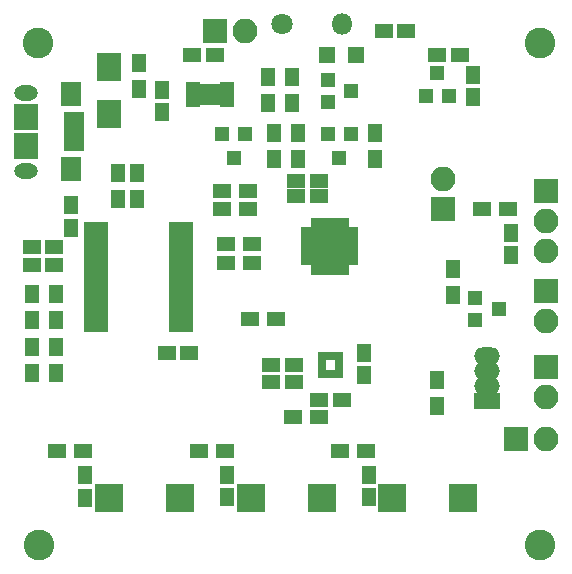
<source format=gbr>
G04 #@! TF.FileFunction,Soldermask,Top*
%FSLAX46Y46*%
G04 Gerber Fmt 4.6, Leading zero omitted, Abs format (unit mm)*
G04 Created by KiCad (PCBNEW 4.0.6) date 03/11/18 13:26:34*
%MOMM*%
%LPD*%
G01*
G04 APERTURE LIST*
%ADD10C,0.100000*%
%ADD11R,2.150000X0.850000*%
%ADD12C,2.600000*%
%ADD13R,2.100000X2.100000*%
%ADD14O,2.100000X2.100000*%
%ADD15R,1.150000X1.600000*%
%ADD16R,1.600000X1.150000*%
%ADD17R,2.200000X1.470000*%
%ADD18O,2.200000X1.470000*%
%ADD19R,1.400000X1.400000*%
%ADD20R,2.100000X2.400000*%
%ADD21R,2.100000X2.300000*%
%ADD22R,1.750000X0.800000*%
%ADD23R,1.800000X2.000000*%
%ADD24O,2.000000X1.300000*%
%ADD25R,1.300000X1.600000*%
%ADD26C,1.800000*%
%ADD27O,1.800000X1.800000*%
%ADD28R,1.600000X1.300000*%
%ADD29R,2.400000X2.400000*%
%ADD30R,1.150000X0.700000*%
%ADD31R,1.275000X1.125000*%
%ADD32R,0.700000X0.700000*%
%ADD33R,1.300000X1.200000*%
%ADD34R,1.200000X1.300000*%
%ADD35R,0.980000X0.650000*%
%ADD36R,0.650000X0.980000*%
%ADD37R,3.100000X3.100000*%
G04 APERTURE END LIST*
D10*
D11*
X81600000Y-86025000D03*
X81600000Y-85375000D03*
X81600000Y-84725000D03*
X81600000Y-84075000D03*
X81600000Y-83425000D03*
X81600000Y-82775000D03*
X81600000Y-82125000D03*
X81600000Y-81475000D03*
X81600000Y-80825000D03*
X81600000Y-80175000D03*
X81600000Y-79525000D03*
X81600000Y-78875000D03*
X81600000Y-78225000D03*
X81600000Y-77575000D03*
X74400000Y-77575000D03*
X74400000Y-78225000D03*
X74400000Y-78875000D03*
X74400000Y-79525000D03*
X74400000Y-80175000D03*
X74400000Y-80825000D03*
X74400000Y-81475000D03*
X74400000Y-82125000D03*
X74400000Y-82775000D03*
X74400000Y-83425000D03*
X74400000Y-84075000D03*
X74400000Y-84725000D03*
X74400000Y-85375000D03*
X74400000Y-86025000D03*
D12*
X69500000Y-62000000D03*
X111980000Y-104500000D03*
X69550000Y-104500000D03*
D13*
X84500000Y-61000000D03*
D14*
X87040000Y-61000000D03*
D15*
X80000000Y-65950000D03*
X80000000Y-67850000D03*
D16*
X84450000Y-63000000D03*
X82550000Y-63000000D03*
X98775000Y-60950000D03*
X100675000Y-60950000D03*
X93250000Y-73660000D03*
X91350000Y-73660000D03*
X93250000Y-74930000D03*
X91350000Y-74930000D03*
D15*
X109500000Y-78050000D03*
X109500000Y-79950000D03*
X97100000Y-88250000D03*
X97100000Y-90150000D03*
D16*
X91150000Y-90700000D03*
X89250000Y-90700000D03*
D15*
X72300000Y-77650000D03*
X72300000Y-75750000D03*
D16*
X91150000Y-89300000D03*
X89250000Y-89300000D03*
X103300000Y-63000000D03*
X105200000Y-63000000D03*
D15*
X106330000Y-66590000D03*
X106330000Y-64690000D03*
D16*
X93320000Y-92240000D03*
X95220000Y-92240000D03*
X82290000Y-88210000D03*
X80390000Y-88210000D03*
X70850000Y-79300000D03*
X68950000Y-79300000D03*
X70850000Y-80800000D03*
X68950000Y-80800000D03*
D15*
X97500000Y-100450000D03*
X97500000Y-98550000D03*
X73500000Y-100500000D03*
X73500000Y-98600000D03*
X85500000Y-100450000D03*
X85500000Y-98550000D03*
D17*
X107500000Y-92270000D03*
D18*
X107500000Y-91000000D03*
X107500000Y-89730000D03*
X107500000Y-88460000D03*
D13*
X112500000Y-83000000D03*
D14*
X112500000Y-85540000D03*
D13*
X112500000Y-89460000D03*
D14*
X112500000Y-92000000D03*
D13*
X110000000Y-95500000D03*
D14*
X112540000Y-95500000D03*
D19*
X96450000Y-63000000D03*
X93950000Y-63000000D03*
D20*
X75500000Y-64000000D03*
X75500000Y-68000000D03*
D21*
X68475000Y-70700000D03*
X68475000Y-68300000D03*
D22*
X72500000Y-69500000D03*
X72500000Y-68200000D03*
X72500000Y-68850000D03*
X72500000Y-70150000D03*
X72500000Y-70800000D03*
D23*
X72250000Y-66300000D03*
X72250000Y-72700000D03*
D24*
X68475000Y-66200000D03*
X68475000Y-72800000D03*
D13*
X103800000Y-76040000D03*
D14*
X103800000Y-73500000D03*
D13*
X112500000Y-74500000D03*
D14*
X112500000Y-77040000D03*
X112500000Y-79580000D03*
D25*
X78000000Y-65900000D03*
X78000000Y-63700000D03*
X103250000Y-92750000D03*
X103250000Y-90550000D03*
D26*
X90150000Y-60400000D03*
D27*
X95230000Y-60400000D03*
D25*
X98000000Y-71800000D03*
X98000000Y-69600000D03*
X91500000Y-69600000D03*
X91500000Y-71800000D03*
X89500000Y-69610000D03*
X89500000Y-71810000D03*
D28*
X85060000Y-74530000D03*
X87260000Y-74530000D03*
X87260000Y-76030000D03*
X85060000Y-76030000D03*
D25*
X91000000Y-64900000D03*
X91000000Y-67100000D03*
X89000000Y-67090000D03*
X89000000Y-64890000D03*
X77880000Y-73030000D03*
X77880000Y-75230000D03*
X76280000Y-73030000D03*
X76280000Y-75230000D03*
D28*
X109290000Y-76030000D03*
X107090000Y-76030000D03*
D25*
X68976198Y-87726768D03*
X68976198Y-89926768D03*
X70976198Y-87726768D03*
X70976198Y-89926768D03*
D28*
X85400000Y-79000000D03*
X87600000Y-79000000D03*
X85400000Y-80600000D03*
X87600000Y-80600000D03*
X91050000Y-93650000D03*
X93250000Y-93650000D03*
X87429602Y-85368580D03*
X89629602Y-85368580D03*
X83100000Y-96520000D03*
X85300000Y-96520000D03*
X71070000Y-96530000D03*
X73270000Y-96530000D03*
X95090000Y-96530000D03*
X97290000Y-96530000D03*
D29*
X105500000Y-100500000D03*
X99500000Y-100500000D03*
X81500000Y-100500000D03*
X75500000Y-100500000D03*
X93500000Y-100500000D03*
X87500000Y-100500000D03*
D30*
X82612500Y-65612500D03*
X82612500Y-66112500D03*
X82612500Y-66612500D03*
X82612500Y-67112500D03*
X85512500Y-67112500D03*
X85512500Y-66612500D03*
X85512500Y-66112500D03*
X85512500Y-65612500D03*
D31*
X84500000Y-66725000D03*
X84500000Y-66000000D03*
X83625000Y-66725000D03*
X83625000Y-66000000D03*
D32*
X93500000Y-88500000D03*
X93500000Y-89000000D03*
X93500000Y-89500000D03*
X93500000Y-90000000D03*
X94000000Y-88500000D03*
X94000000Y-90000000D03*
X94500000Y-88500000D03*
X94500000Y-90000000D03*
X95000000Y-88500000D03*
X95000000Y-89000000D03*
X95000000Y-89500000D03*
X95000000Y-90000000D03*
D25*
X104620000Y-81110000D03*
X104620000Y-83310000D03*
D33*
X106500000Y-83550000D03*
X106500000Y-85450000D03*
X108500000Y-84500000D03*
D34*
X95950000Y-69700000D03*
X94050000Y-69700000D03*
X95000000Y-71700000D03*
X87000000Y-69700000D03*
X85100000Y-69700000D03*
X86050000Y-71700000D03*
D33*
X94000000Y-65100000D03*
X94000000Y-67000000D03*
X96000000Y-66050000D03*
D34*
X102350000Y-66500000D03*
X104250000Y-66500000D03*
X103300000Y-64500000D03*
D25*
X68976198Y-83226768D03*
X68976198Y-85426768D03*
X70976198Y-83226768D03*
X70976198Y-85426768D03*
D12*
X112000000Y-62000000D03*
D35*
X92287500Y-77950000D03*
X92287500Y-78450000D03*
X92287500Y-78950000D03*
X92287500Y-79450000D03*
X92287500Y-79950000D03*
X92287500Y-80450000D03*
D36*
X92950000Y-81112500D03*
X93450000Y-81112500D03*
X93950000Y-81112500D03*
X94450000Y-81112500D03*
X94950000Y-81112500D03*
X95450000Y-81112500D03*
D35*
X96112500Y-80450000D03*
X96112500Y-79950000D03*
X96112500Y-79450000D03*
X96112500Y-78950000D03*
X96112500Y-78450000D03*
X96112500Y-77950000D03*
D36*
X95450000Y-77287500D03*
X94950000Y-77287500D03*
X94450000Y-77287500D03*
X93950000Y-77287500D03*
X93450000Y-77287500D03*
X92950000Y-77287500D03*
D37*
X94200000Y-79200000D03*
M02*

</source>
